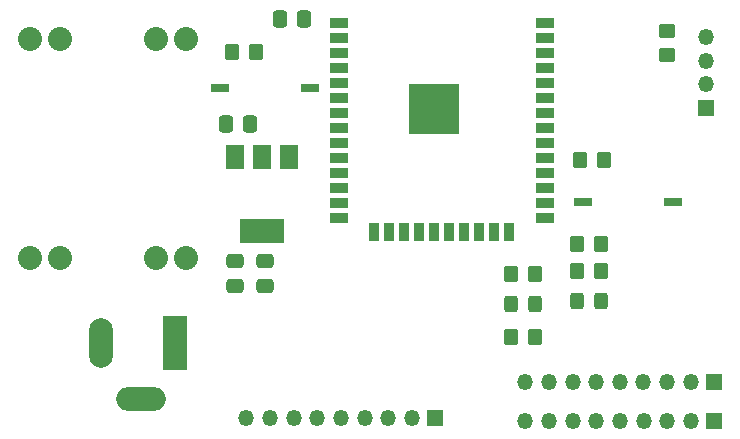
<source format=gbr>
%TF.GenerationSoftware,KiCad,Pcbnew,7.0.1*%
%TF.CreationDate,2023-03-21T17:25:17+01:00*%
%TF.ProjectId,PCB_uitlezen_gsm,5043425f-7569-4746-9c65-7a656e5f6773,rev?*%
%TF.SameCoordinates,Original*%
%TF.FileFunction,Soldermask,Top*%
%TF.FilePolarity,Negative*%
%FSLAX46Y46*%
G04 Gerber Fmt 4.6, Leading zero omitted, Abs format (unit mm)*
G04 Created by KiCad (PCBNEW 7.0.1) date 2023-03-21 17:25:17*
%MOMM*%
%LPD*%
G01*
G04 APERTURE LIST*
G04 Aperture macros list*
%AMRoundRect*
0 Rectangle with rounded corners*
0 $1 Rounding radius*
0 $2 $3 $4 $5 $6 $7 $8 $9 X,Y pos of 4 corners*
0 Add a 4 corners polygon primitive as box body*
4,1,4,$2,$3,$4,$5,$6,$7,$8,$9,$2,$3,0*
0 Add four circle primitives for the rounded corners*
1,1,$1+$1,$2,$3*
1,1,$1+$1,$4,$5*
1,1,$1+$1,$6,$7*
1,1,$1+$1,$8,$9*
0 Add four rect primitives between the rounded corners*
20,1,$1+$1,$2,$3,$4,$5,0*
20,1,$1+$1,$4,$5,$6,$7,0*
20,1,$1+$1,$6,$7,$8,$9,0*
20,1,$1+$1,$8,$9,$2,$3,0*%
G04 Aperture macros list end*
%ADD10RoundRect,0.250000X0.350000X0.450000X-0.350000X0.450000X-0.350000X-0.450000X0.350000X-0.450000X0*%
%ADD11RoundRect,0.250000X-0.350000X-0.450000X0.350000X-0.450000X0.350000X0.450000X-0.350000X0.450000X0*%
%ADD12RoundRect,0.250000X0.325000X0.450000X-0.325000X0.450000X-0.325000X-0.450000X0.325000X-0.450000X0*%
%ADD13RoundRect,0.250000X0.337500X0.475000X-0.337500X0.475000X-0.337500X-0.475000X0.337500X-0.475000X0*%
%ADD14R,1.350000X1.350000*%
%ADD15O,1.350000X1.350000*%
%ADD16RoundRect,0.250000X-0.450000X0.350000X-0.450000X-0.350000X0.450000X-0.350000X0.450000X0.350000X0*%
%ADD17C,2.032000*%
%ADD18RoundRect,0.250000X-0.475000X0.337500X-0.475000X-0.337500X0.475000X-0.337500X0.475000X0.337500X0*%
%ADD19R,1.500000X2.000000*%
%ADD20R,3.800000X2.000000*%
%ADD21R,1.600000X0.760000*%
%ADD22R,2.000000X4.600000*%
%ADD23O,2.000000X4.200000*%
%ADD24O,4.200000X2.000000*%
%ADD25RoundRect,0.250000X0.475000X-0.337500X0.475000X0.337500X-0.475000X0.337500X-0.475000X-0.337500X0*%
%ADD26R,1.500000X0.900000*%
%ADD27R,0.900000X1.500000*%
%ADD28C,0.600000*%
%ADD29R,4.200000X4.200000*%
G04 APERTURE END LIST*
D10*
%TO.C,R7*%
X124190000Y-103886000D03*
X122190000Y-103886000D03*
%TD*%
%TO.C,R6*%
X130032000Y-88900000D03*
X128032000Y-88900000D03*
%TD*%
%TO.C,R3*%
X124190000Y-98552000D03*
X122190000Y-98552000D03*
%TD*%
D11*
%TO.C,R1*%
X98568000Y-79756000D03*
X100568000Y-79756000D03*
%TD*%
D12*
%TO.C,D1*%
X124215000Y-101092000D03*
X122165000Y-101092000D03*
%TD*%
D13*
%TO.C,C1*%
X104669500Y-76962000D03*
X102594500Y-76962000D03*
%TD*%
%TO.C,C2*%
X100097500Y-85852000D03*
X98022500Y-85852000D03*
%TD*%
D14*
%TO.C,SCHERM3*%
X115760000Y-110744000D03*
D15*
X113760000Y-110744000D03*
X111760000Y-110744000D03*
X109760000Y-110744000D03*
X107760000Y-110744000D03*
X105760000Y-110744000D03*
X103760000Y-110744000D03*
X101760000Y-110744000D03*
X99760000Y-110744000D03*
%TD*%
D16*
%TO.C,R5*%
X135382000Y-78010000D03*
X135382000Y-80010000D03*
%TD*%
D10*
%TO.C,R2*%
X129778000Y-96012000D03*
X127778000Y-96012000D03*
%TD*%
D17*
%TO.C,U2*%
X81407000Y-97250000D03*
X83947000Y-97250000D03*
X92075000Y-97250000D03*
X94615000Y-97250000D03*
X94615000Y-78708000D03*
X92075000Y-78708000D03*
X83947000Y-78708000D03*
X81407000Y-78708000D03*
%TD*%
D14*
%TO.C,SCHERM1*%
X139381000Y-107696000D03*
D15*
X137381000Y-107696000D03*
X135381000Y-107696000D03*
X133381000Y-107696000D03*
X131381000Y-107696000D03*
X129381000Y-107696000D03*
X127381000Y-107696000D03*
X125381000Y-107696000D03*
X123381000Y-107696000D03*
%TD*%
D14*
%TO.C,J1*%
X138684000Y-84518000D03*
D15*
X138684000Y-82518000D03*
X138684000Y-80518000D03*
X138684000Y-78518000D03*
%TD*%
D18*
%TO.C,C4*%
X98806000Y-97514500D03*
X98806000Y-99589500D03*
%TD*%
D10*
%TO.C,R4*%
X129778000Y-98298000D03*
X127778000Y-98298000D03*
%TD*%
D19*
%TO.C,U3*%
X103392000Y-88646000D03*
X101092000Y-88646000D03*
D20*
X101092000Y-94946000D03*
D19*
X98792000Y-88646000D03*
%TD*%
D21*
%TO.C,SW2*%
X128270000Y-92456000D03*
X135890000Y-92456000D03*
%TD*%
D22*
%TO.C,J2*%
X93726000Y-104394000D03*
D23*
X87426000Y-104394000D03*
D24*
X90826000Y-109194000D03*
%TD*%
D25*
%TO.C,C3*%
X101346000Y-99568000D03*
X101346000Y-97493000D03*
%TD*%
D26*
%TO.C,U1*%
X107560000Y-77310000D03*
X107560000Y-78580000D03*
X107560000Y-79850000D03*
X107560000Y-81120000D03*
X107560000Y-82390000D03*
X107560000Y-83660000D03*
X107560000Y-84930000D03*
X107560000Y-86200000D03*
X107560000Y-87470000D03*
X107560000Y-88740000D03*
X107560000Y-90010000D03*
X107560000Y-91280000D03*
X107560000Y-92550000D03*
X107560000Y-93820000D03*
D27*
X110600000Y-95070000D03*
X111870000Y-95070000D03*
X113140000Y-95070000D03*
X114410000Y-95070000D03*
X115680000Y-95070000D03*
X116950000Y-95070000D03*
X118220000Y-95070000D03*
X119490000Y-95070000D03*
X120760000Y-95070000D03*
X122030000Y-95070000D03*
D26*
X125060000Y-93820000D03*
X125060000Y-92550000D03*
X125060000Y-91280000D03*
X125060000Y-90010000D03*
X125060000Y-88740000D03*
X125060000Y-87470000D03*
X125060000Y-86200000D03*
X125060000Y-84930000D03*
X125060000Y-83660000D03*
X125060000Y-82390000D03*
X125060000Y-81120000D03*
X125060000Y-79850000D03*
X125060000Y-78580000D03*
X125060000Y-77310000D03*
D28*
X114105000Y-83887500D03*
X114105000Y-85412500D03*
X114867500Y-83125000D03*
X114867500Y-84650000D03*
X114867500Y-86175000D03*
X115630000Y-83887500D03*
D29*
X115630000Y-84650000D03*
D28*
X115630000Y-85412500D03*
X116392500Y-83125000D03*
X116392500Y-84650000D03*
X116392500Y-86175000D03*
X117155000Y-83887500D03*
X117155000Y-85412500D03*
%TD*%
D14*
%TO.C,SCHERM2*%
X139382000Y-110998000D03*
D15*
X137382000Y-110998000D03*
X135382000Y-110998000D03*
X133382000Y-110998000D03*
X131382000Y-110998000D03*
X129382000Y-110998000D03*
X127382000Y-110998000D03*
X125382000Y-110998000D03*
X123382000Y-110998000D03*
%TD*%
D12*
%TO.C,D2*%
X129803000Y-100838000D03*
X127753000Y-100838000D03*
%TD*%
D21*
%TO.C,SW1*%
X105156000Y-82804000D03*
X97536000Y-82804000D03*
%TD*%
M02*

</source>
